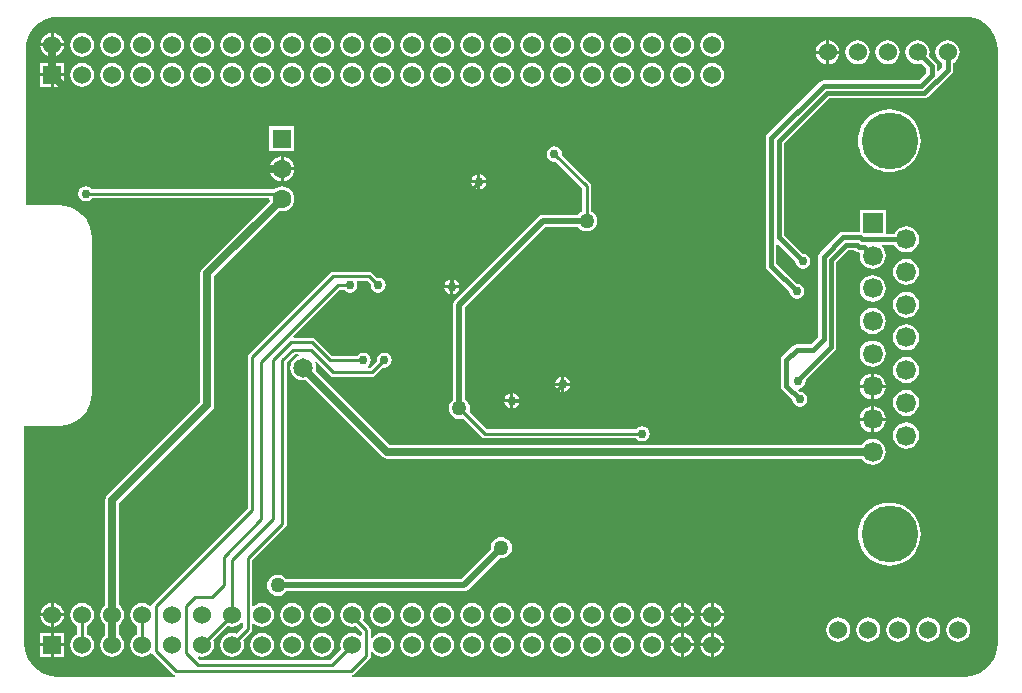
<source format=gbl>
%FSTAX23Y23*%
%MOIN*%
%SFA1B1*%

%IPPOS*%
%ADD22C,0.010000*%
%ADD23C,0.015000*%
%ADD24C,0.020000*%
%ADD25C,0.025000*%
%ADD26C,0.066500*%
%ADD27C,0.060000*%
%ADD28R,0.063000X0.063000*%
%ADD29C,0.063000*%
%ADD30R,0.060000X0.060000*%
%ADD31C,0.189000*%
%ADD32R,0.066500X0.066500*%
%ADD33C,0.030000*%
%ADD34C,0.050000*%
%ADD35C,0.065000*%
%LNhvcape-1*%
%LPD*%
G36*
X05367Y04143D02*
X05383Y04139D01*
X05399Y04132*
X05414Y04123*
X05427Y04112*
X05438Y04099*
X05447Y04084*
X05454Y04068*
X05458Y04052*
X05459Y04035*
X05459Y04035*
Y02055*
X05459Y02054*
X05458Y02037*
X05454Y02021*
X05447Y02005*
X05438Y0199*
X05427Y01977*
X05414Y01966*
X05399Y01957*
X05383Y0195*
X05367Y01946*
X0535Y01945*
X0535Y01945*
X03308*
X03308Y0195*
X0331Y0195*
X03315Y01954*
X03365Y02004*
X03369Y02009*
X0337Y02015*
Y02026*
X03375Y02027*
X03379Y02022*
X03387Y02016*
X03397Y02012*
X03408Y0201*
X03418Y02012*
X03428Y02016*
X03436Y02022*
X03442Y0203*
X03447Y0204*
X03448Y02051*
X03447Y02061*
X03442Y02071*
X03436Y02079*
X03428Y02085*
X03418Y0209*
X03408Y02091*
X03397Y0209*
X03387Y02085*
X03379Y02079*
X03375Y02074*
X0337Y02075*
Y021*
X03369Y02105*
X03365Y0211*
X03343Y02132*
X03347Y0214*
X03348Y02151*
X03347Y02161*
X03342Y02171*
X03336Y02179*
X03328Y02185*
X03318Y0219*
X03308Y02191*
X03297Y0219*
X03287Y02185*
X03279Y02179*
X03273Y02171*
X03269Y02161*
X03267Y02151*
X03269Y0214*
X03273Y0213*
X03279Y02122*
X03287Y02116*
X03297Y02112*
X03308Y0211*
X03318Y02112*
X0332Y02112*
X03339Y02093*
Y02083*
X03334Y0208*
X03328Y02085*
X03318Y0209*
X03308Y02091*
X03297Y0209*
X03287Y02085*
X03279Y02079*
X03273Y02071*
X03269Y02061*
X03267Y02051*
X03269Y0204*
X03271Y02035*
X03235Y02*
X02801*
X02793Y02008*
X02796Y02012*
X02797Y02012*
X02808Y0201*
X02818Y02012*
X02828Y02016*
X02836Y02022*
X02842Y0203*
X02847Y0204*
X02848Y02051*
X02847Y02061*
X02844Y02066*
X02892Y02114*
X02897Y02112*
X02908Y0211*
X02918Y02112*
X02928Y02116*
X02936Y02122*
X02939Y02126*
X02944Y02124*
Y02109*
X02923Y02087*
X02918Y0209*
X02908Y02091*
X02897Y0209*
X02887Y02085*
X02879Y02079*
X02873Y02071*
X02869Y02061*
X02867Y02051*
X02869Y0204*
X02873Y0203*
X02879Y02022*
X02887Y02016*
X02897Y02012*
X02908Y0201*
X02918Y02012*
X02928Y02016*
X02936Y02022*
X02942Y0203*
X02947Y0204*
X02948Y02051*
X02947Y02061*
X02945Y02066*
X0297Y02092*
X02974Y02097*
X02975Y02103*
Y0212*
X0298Y02121*
X02987Y02116*
X02997Y02112*
X03008Y0211*
X03018Y02112*
X03028Y02116*
X03036Y02122*
X03042Y0213*
X03047Y0214*
X03048Y02151*
X03047Y02161*
X03042Y02171*
X03036Y02179*
X03028Y02185*
X03018Y0219*
X03008Y02191*
X02997Y0219*
X02987Y02185*
X0298Y0218*
X02975Y02181*
Y02333*
X03085Y02444*
X03089Y02449*
X0309Y02455*
Y02993*
X03116Y03019*
X03128*
X03129Y03014*
X03123Y03012*
X03114Y03005*
X03107Y02996*
X03103Y02986*
X03102Y02975*
X03103Y02963*
X03107Y02953*
X03114Y02944*
X03123Y02937*
X03133Y02933*
X03145Y02932*
X03154Y02933*
X03409Y02678*
X03416Y02673*
X03425Y02671*
X05006*
X05012Y02663*
X05021Y02656*
X05031Y02652*
X05043Y0265*
X05054Y02652*
X05064Y02656*
X05073Y02663*
X0508Y02672*
X05085Y02683*
X05086Y02694*
X05085Y02705*
X0508Y02716*
X05073Y02725*
X05064Y02732*
X05054Y02736*
X05043Y02737*
X05031Y02736*
X05021Y02732*
X05012Y02725*
X05006Y02717*
X03435*
X03186Y02965*
X03187Y02975*
X03186Y02986*
X03183Y02992*
X03188Y02995*
X03234Y02949*
X03239Y02945*
X03245Y02944*
X03375*
X0338Y02945*
X03385Y02949*
X03411Y02975*
X03415Y02974*
X03424Y02976*
X03433Y02982*
X03438Y0299*
X0344Y03*
X03438Y03009*
X03433Y03018*
X03424Y03023*
X03415Y03025*
X03405Y03023*
X03397Y03018*
X03391Y03009*
X03389Y03*
X0339Y02996*
X03368Y02975*
X03362*
X0336Y0298*
X03363Y02982*
X03368Y0299*
X0337Y03*
X03368Y03009*
X03363Y03018*
X03354Y03023*
X03345Y03025*
X03335Y03023*
X03327Y03018*
X03325Y03015*
X03241*
X03185Y0307*
X0318Y03074*
X03175Y03075*
X03113*
X03111Y03079*
X03266Y03234*
X0328*
X03282Y03232*
X0329Y03226*
X033Y03224*
X03309Y03226*
X03318Y03232*
X03323Y0324*
X03325Y0325*
X03323Y03259*
X03323Y0326*
X03325Y03264*
X03358*
X0337Y03253*
X03369Y0325*
X03371Y0324*
X03377Y03232*
X03385Y03226*
X03395Y03224*
X03404Y03226*
X03413Y03232*
X03418Y0324*
X0342Y0325*
X03418Y03259*
X03413Y03268*
X03404Y03273*
X03395Y03275*
X03391Y03274*
X03375Y0329*
X0337Y03294*
X03365Y03295*
X03245*
X03239Y03294*
X03234Y0329*
X02964Y0302*
X0296Y03015*
X02959Y0301*
Y02506*
X02644Y0219*
X0264Y02185*
X0264Y02182*
X02639Y02182*
X02634Y0218*
X02628Y02185*
X02618Y0219*
X02608Y02191*
X02597Y0219*
X02587Y02185*
X02579Y02179*
X02573Y02171*
X02569Y02161*
X02567Y02151*
X02569Y0214*
X02573Y0213*
X02579Y02122*
X02587Y02116*
X02592Y02114*
Y02088*
X02587Y02085*
X02579Y02079*
X02573Y02071*
X02569Y02061*
X02567Y02051*
X02569Y0204*
X02573Y0203*
X02579Y02022*
X02587Y02016*
X02597Y02012*
X02608Y0201*
X02618Y02012*
X02628Y02016*
X02636Y02022*
X02642Y02021*
X02644Y02019*
X02709Y01954*
X02714Y0195*
X02717Y0195*
X02716Y01945*
X02325*
X02324Y01945*
X02307Y01946*
X02291Y0195*
X02275Y01957*
X0226Y01966*
X02247Y01977*
X02236Y0199*
X02227Y02005*
X0222Y02021*
X02216Y02037*
X02215Y02054*
X02215Y02055*
Y02781*
X02333*
X02349Y02783*
X02366Y02786*
X02381Y02793*
X02396Y02802*
X02408Y02813*
X02419Y02825*
X02428Y0284*
X02434Y02855*
X02438Y02872*
X0244Y02888*
Y03409*
X02438Y03426*
X02434Y03442*
X02428Y03457*
X02419Y03472*
X02408Y03485*
X02396Y03495*
X02381Y03504*
X02366Y03511*
X02349Y03515*
X02333Y03516*
X0222*
Y04035*
X0222Y04035*
X02221Y04052*
X02225Y04068*
X02232Y04084*
X02241Y04099*
X02252Y04112*
X02265Y04123*
X0228Y04132*
X02296Y04139*
X02312Y04143*
X02329Y04144*
X0233Y04144*
X0535*
X0535Y04144*
X05367Y04143*
G37*
%LNhvcape-2*%
%LPC*%
G36*
X02313Y0409D02*
Y04056D01*
X02347*
X02347Y04061*
X02342Y04071*
X02336Y04079*
X02328Y04085*
X02318Y0409*
X02313Y0409*
G37*
G36*
X02303D02*
X02297Y0409D01*
X02287Y04085*
X02279Y04079*
X02273Y04071*
X02269Y04061*
X02268Y04056*
X02303*
Y0409*
G37*
G36*
X04898Y04066D02*
Y04031D01*
X04932*
X04932Y04037*
X04928Y04046*
X04921Y04055*
X04913Y04061*
X04903Y04065*
X04898Y04066*
G37*
G36*
X04888D02*
X04882Y04065D01*
X04873Y04061*
X04864Y04055*
X04858Y04046*
X04854Y04037*
X04853Y04031*
X04888*
Y04066*
G37*
G36*
X02347Y04046D02*
X02313D01*
Y04011*
X02318Y04012*
X02328Y04016*
X02336Y04022*
X02342Y0403*
X02347Y0404*
X02347Y04046*
G37*
G36*
X02303D02*
X02268D01*
X02269Y0404*
X02273Y0403*
X02279Y04022*
X02287Y04016*
X02297Y04012*
X02303Y04011*
Y04046*
G37*
G36*
X04508Y04091D02*
X04497Y0409D01*
X04487Y04085*
X04479Y04079*
X04473Y04071*
X04469Y04061*
X04467Y04051*
X04469Y0404*
X04473Y0403*
X04479Y04022*
X04487Y04016*
X04497Y04012*
X04508Y0401*
X04518Y04012*
X04528Y04016*
X04536Y04022*
X04542Y0403*
X04547Y0404*
X04548Y04051*
X04547Y04061*
X04542Y04071*
X04536Y04079*
X04528Y04085*
X04518Y0409*
X04508Y04091*
G37*
G36*
X04408D02*
X04397Y0409D01*
X04387Y04085*
X04379Y04079*
X04373Y04071*
X04369Y04061*
X04367Y04051*
X04369Y0404*
X04373Y0403*
X04379Y04022*
X04387Y04016*
X04397Y04012*
X04408Y0401*
X04418Y04012*
X04428Y04016*
X04436Y04022*
X04442Y0403*
X04447Y0404*
X04448Y04051*
X04447Y04061*
X04442Y04071*
X04436Y04079*
X04428Y04085*
X04418Y0409*
X04408Y04091*
G37*
G36*
X04308D02*
X04297Y0409D01*
X04287Y04085*
X04279Y04079*
X04273Y04071*
X04269Y04061*
X04267Y04051*
X04269Y0404*
X04273Y0403*
X04279Y04022*
X04287Y04016*
X04297Y04012*
X04308Y0401*
X04318Y04012*
X04328Y04016*
X04336Y04022*
X04342Y0403*
X04347Y0404*
X04348Y04051*
X04347Y04061*
X04342Y04071*
X04336Y04079*
X04328Y04085*
X04318Y0409*
X04308Y04091*
G37*
G36*
X04208D02*
X04197Y0409D01*
X04187Y04085*
X04179Y04079*
X04173Y04071*
X04169Y04061*
X04167Y04051*
X04169Y0404*
X04173Y0403*
X04179Y04022*
X04187Y04016*
X04197Y04012*
X04208Y0401*
X04218Y04012*
X04228Y04016*
X04236Y04022*
X04242Y0403*
X04247Y0404*
X04248Y04051*
X04247Y04061*
X04242Y04071*
X04236Y04079*
X04228Y04085*
X04218Y0409*
X04208Y04091*
G37*
G36*
X04108D02*
X04097Y0409D01*
X04087Y04085*
X04079Y04079*
X04073Y04071*
X04069Y04061*
X04067Y04051*
X04069Y0404*
X04073Y0403*
X04079Y04022*
X04087Y04016*
X04097Y04012*
X04108Y0401*
X04118Y04012*
X04128Y04016*
X04136Y04022*
X04142Y0403*
X04147Y0404*
X04148Y04051*
X04147Y04061*
X04142Y04071*
X04136Y04079*
X04128Y04085*
X04118Y0409*
X04108Y04091*
G37*
G36*
X04008D02*
X03997Y0409D01*
X03987Y04085*
X03979Y04079*
X03973Y04071*
X03969Y04061*
X03967Y04051*
X03969Y0404*
X03973Y0403*
X03979Y04022*
X03987Y04016*
X03997Y04012*
X04008Y0401*
X04018Y04012*
X04028Y04016*
X04036Y04022*
X04042Y0403*
X04047Y0404*
X04048Y04051*
X04047Y04061*
X04042Y04071*
X04036Y04079*
X04028Y04085*
X04018Y0409*
X04008Y04091*
G37*
G36*
X03908D02*
X03897Y0409D01*
X03887Y04085*
X03879Y04079*
X03873Y04071*
X03869Y04061*
X03867Y04051*
X03869Y0404*
X03873Y0403*
X03879Y04022*
X03887Y04016*
X03897Y04012*
X03908Y0401*
X03918Y04012*
X03928Y04016*
X03936Y04022*
X03942Y0403*
X03947Y0404*
X03948Y04051*
X03947Y04061*
X03942Y04071*
X03936Y04079*
X03928Y04085*
X03918Y0409*
X03908Y04091*
G37*
G36*
X03808D02*
X03797Y0409D01*
X03787Y04085*
X03779Y04079*
X03773Y04071*
X03769Y04061*
X03767Y04051*
X03769Y0404*
X03773Y0403*
X03779Y04022*
X03787Y04016*
X03797Y04012*
X03808Y0401*
X03818Y04012*
X03828Y04016*
X03836Y04022*
X03842Y0403*
X03847Y0404*
X03848Y04051*
X03847Y04061*
X03842Y04071*
X03836Y04079*
X03828Y04085*
X03818Y0409*
X03808Y04091*
G37*
G36*
X03708D02*
X03697Y0409D01*
X03687Y04085*
X03679Y04079*
X03673Y04071*
X03669Y04061*
X03667Y04051*
X03669Y0404*
X03673Y0403*
X03679Y04022*
X03687Y04016*
X03697Y04012*
X03708Y0401*
X03718Y04012*
X03728Y04016*
X03736Y04022*
X03742Y0403*
X03747Y0404*
X03748Y04051*
X03747Y04061*
X03742Y04071*
X03736Y04079*
X03728Y04085*
X03718Y0409*
X03708Y04091*
G37*
G36*
X03608D02*
X03597Y0409D01*
X03587Y04085*
X03579Y04079*
X03573Y04071*
X03569Y04061*
X03567Y04051*
X03569Y0404*
X03573Y0403*
X03579Y04022*
X03587Y04016*
X03597Y04012*
X03608Y0401*
X03618Y04012*
X03628Y04016*
X03636Y04022*
X03642Y0403*
X03647Y0404*
X03648Y04051*
X03647Y04061*
X03642Y04071*
X03636Y04079*
X03628Y04085*
X03618Y0409*
X03608Y04091*
G37*
G36*
X03508D02*
X03497Y0409D01*
X03487Y04085*
X03479Y04079*
X03473Y04071*
X03469Y04061*
X03467Y04051*
X03469Y0404*
X03473Y0403*
X03479Y04022*
X03487Y04016*
X03497Y04012*
X03508Y0401*
X03518Y04012*
X03528Y04016*
X03536Y04022*
X03542Y0403*
X03547Y0404*
X03548Y04051*
X03547Y04061*
X03542Y04071*
X03536Y04079*
X03528Y04085*
X03518Y0409*
X03508Y04091*
G37*
G36*
X03408D02*
X03397Y0409D01*
X03387Y04085*
X03379Y04079*
X03373Y04071*
X03369Y04061*
X03367Y04051*
X03369Y0404*
X03373Y0403*
X03379Y04022*
X03387Y04016*
X03397Y04012*
X03408Y0401*
X03418Y04012*
X03428Y04016*
X03436Y04022*
X03442Y0403*
X03447Y0404*
X03448Y04051*
X03447Y04061*
X03442Y04071*
X03436Y04079*
X03428Y04085*
X03418Y0409*
X03408Y04091*
G37*
G36*
X03308D02*
X03297Y0409D01*
X03287Y04085*
X03279Y04079*
X03273Y04071*
X03269Y04061*
X03267Y04051*
X03269Y0404*
X03273Y0403*
X03279Y04022*
X03287Y04016*
X03297Y04012*
X03308Y0401*
X03318Y04012*
X03328Y04016*
X03336Y04022*
X03342Y0403*
X03347Y0404*
X03348Y04051*
X03347Y04061*
X03342Y04071*
X03336Y04079*
X03328Y04085*
X03318Y0409*
X03308Y04091*
G37*
G36*
X03208D02*
X03197Y0409D01*
X03187Y04085*
X03179Y04079*
X03173Y04071*
X03169Y04061*
X03167Y04051*
X03169Y0404*
X03173Y0403*
X03179Y04022*
X03187Y04016*
X03197Y04012*
X03208Y0401*
X03218Y04012*
X03228Y04016*
X03236Y04022*
X03242Y0403*
X03247Y0404*
X03248Y04051*
X03247Y04061*
X03242Y04071*
X03236Y04079*
X03228Y04085*
X03218Y0409*
X03208Y04091*
G37*
G36*
X03108D02*
X03097Y0409D01*
X03087Y04085*
X03079Y04079*
X03073Y04071*
X03069Y04061*
X03067Y04051*
X03069Y0404*
X03073Y0403*
X03079Y04022*
X03087Y04016*
X03097Y04012*
X03108Y0401*
X03118Y04012*
X03128Y04016*
X03136Y04022*
X03142Y0403*
X03147Y0404*
X03148Y04051*
X03147Y04061*
X03142Y04071*
X03136Y04079*
X03128Y04085*
X03118Y0409*
X03108Y04091*
G37*
G36*
X03008D02*
X02997Y0409D01*
X02987Y04085*
X02979Y04079*
X02973Y04071*
X02969Y04061*
X02967Y04051*
X02969Y0404*
X02973Y0403*
X02979Y04022*
X02987Y04016*
X02997Y04012*
X03008Y0401*
X03018Y04012*
X03028Y04016*
X03036Y04022*
X03042Y0403*
X03047Y0404*
X03048Y04051*
X03047Y04061*
X03042Y04071*
X03036Y04079*
X03028Y04085*
X03018Y0409*
X03008Y04091*
G37*
G36*
X02908D02*
X02897Y0409D01*
X02887Y04085*
X02879Y04079*
X02873Y04071*
X02869Y04061*
X02867Y04051*
X02869Y0404*
X02873Y0403*
X02879Y04022*
X02887Y04016*
X02897Y04012*
X02908Y0401*
X02918Y04012*
X02928Y04016*
X02936Y04022*
X02942Y0403*
X02947Y0404*
X02948Y04051*
X02947Y04061*
X02942Y04071*
X02936Y04079*
X02928Y04085*
X02918Y0409*
X02908Y04091*
G37*
G36*
X02808D02*
X02797Y0409D01*
X02787Y04085*
X02779Y04079*
X02773Y04071*
X02769Y04061*
X02767Y04051*
X02769Y0404*
X02773Y0403*
X02779Y04022*
X02787Y04016*
X02797Y04012*
X02808Y0401*
X02818Y04012*
X02828Y04016*
X02836Y04022*
X02842Y0403*
X02847Y0404*
X02848Y04051*
X02847Y04061*
X02842Y04071*
X02836Y04079*
X02828Y04085*
X02818Y0409*
X02808Y04091*
G37*
G36*
X02708D02*
X02697Y0409D01*
X02687Y04085*
X02679Y04079*
X02673Y04071*
X02669Y04061*
X02667Y04051*
X02669Y0404*
X02673Y0403*
X02679Y04022*
X02687Y04016*
X02697Y04012*
X02708Y0401*
X02718Y04012*
X02728Y04016*
X02736Y04022*
X02742Y0403*
X02747Y0404*
X02748Y04051*
X02747Y04061*
X02742Y04071*
X02736Y04079*
X02728Y04085*
X02718Y0409*
X02708Y04091*
G37*
G36*
X02608D02*
X02597Y0409D01*
X02587Y04085*
X02579Y04079*
X02573Y04071*
X02569Y04061*
X02567Y04051*
X02569Y0404*
X02573Y0403*
X02579Y04022*
X02587Y04016*
X02597Y04012*
X02608Y0401*
X02618Y04012*
X02628Y04016*
X02636Y04022*
X02642Y0403*
X02647Y0404*
X02648Y04051*
X02647Y04061*
X02642Y04071*
X02636Y04079*
X02628Y04085*
X02618Y0409*
X02608Y04091*
G37*
G36*
X02508D02*
X02497Y0409D01*
X02487Y04085*
X02479Y04079*
X02473Y04071*
X02469Y04061*
X02467Y04051*
X02469Y0404*
X02473Y0403*
X02479Y04022*
X02487Y04016*
X02497Y04012*
X02508Y0401*
X02518Y04012*
X02528Y04016*
X02536Y04022*
X02542Y0403*
X02547Y0404*
X02548Y04051*
X02547Y04061*
X02542Y04071*
X02536Y04079*
X02528Y04085*
X02518Y0409*
X02508Y04091*
G37*
G36*
X02408D02*
X02397Y0409D01*
X02387Y04085*
X02379Y04079*
X02373Y04071*
X02369Y04061*
X02367Y04051*
X02369Y0404*
X02373Y0403*
X02379Y04022*
X02387Y04016*
X02397Y04012*
X02408Y0401*
X02418Y04012*
X02428Y04016*
X02436Y04022*
X02442Y0403*
X02447Y0404*
X02448Y04051*
X02447Y04061*
X02442Y04071*
X02436Y04079*
X02428Y04085*
X02418Y0409*
X02408Y04091*
G37*
G36*
X04932Y04021D02*
X04898D01*
Y03987*
X04903Y03987*
X04913Y03991*
X04921Y03998*
X04928Y04006*
X04932Y04016*
X04932Y04021*
G37*
G36*
X04888D02*
X04853D01*
X04854Y04016*
X04858Y04006*
X04864Y03998*
X04873Y03991*
X04882Y03987*
X04888Y03987*
Y04021*
G37*
G36*
X05093Y04067D02*
X05082Y04065D01*
X05073Y04061*
X05064Y04055*
X05058Y04046*
X05054Y04037*
X05052Y04026*
X05054Y04016*
X05058Y04006*
X05064Y03998*
X05073Y03991*
X05082Y03987*
X05093Y03986*
X05103Y03987*
X05113Y03991*
X05121Y03998*
X05128Y04006*
X05132Y04016*
X05133Y04026*
X05132Y04037*
X05128Y04046*
X05121Y04055*
X05113Y04061*
X05103Y04065*
X05093Y04067*
G37*
G36*
X04993D02*
X04982Y04065D01*
X04973Y04061*
X04964Y04055*
X04958Y04046*
X04954Y04037*
X04952Y04026*
X04954Y04016*
X04958Y04006*
X04964Y03998*
X04973Y03991*
X04982Y03987*
X04993Y03986*
X05003Y03987*
X05013Y03991*
X05021Y03998*
X05028Y04006*
X05032Y04016*
X05033Y04026*
X05032Y04037*
X05028Y04046*
X05021Y04055*
X05013Y04061*
X05003Y04065*
X04993Y04067*
G37*
G36*
X05293D02*
X05282Y04065D01*
X05273Y04061*
X05264Y04055*
X05258Y04046*
X05254Y04037*
X05252Y04026*
X05254Y04016*
X05258Y04006*
X05264Y03998*
X05273Y03991*
X05275Y0399*
Y03975*
X05262Y03962*
X05257Y03964*
Y0398*
X05256Y03986*
X05252Y03992*
X05231Y04014*
X05232Y04016*
X05233Y04026*
X05232Y04037*
X05228Y04046*
X05221Y04055*
X05213Y04061*
X05203Y04065*
X05193Y04067*
X05182Y04065*
X05173Y04061*
X05164Y04055*
X05158Y04046*
X05154Y04037*
X05152Y04026*
X05154Y04016*
X05158Y04006*
X05164Y03998*
X05173Y03991*
X05182Y03987*
X05193Y03986*
X05203Y03987*
X05206Y03988*
X05222Y03972*
Y03957*
X05197Y03932*
X04879*
X04872Y03931*
X04867Y03927*
X04692Y03753*
X04688Y03747*
X04687Y0374*
Y03315*
X04688Y03308*
X04692Y03302*
X04764Y0323*
X04764Y0323*
X04766Y0322*
X04772Y03212*
X0478Y03206*
X0479Y03204*
X04799Y03206*
X04808Y03212*
X04813Y0322*
X04815Y0323*
X04813Y03239*
X04808Y03248*
X04799Y03253*
X0479Y03255*
X04789Y03255*
X04722Y03322*
Y03385*
X04727Y03387*
X04784Y0333*
X04784Y0333*
X04786Y0332*
X04792Y03312*
X048Y03306*
X0481Y03304*
X04819Y03306*
X04828Y03312*
X04833Y0332*
X04835Y0333*
X04833Y03339*
X04828Y03348*
X04819Y03353*
X0481Y03355*
X04809Y03355*
X04747Y03417*
Y03722*
X04897Y03872*
X05215*
X05222Y03873*
X05228Y03877*
X05305Y03955*
X05309Y03961*
X05311Y03967*
Y0399*
X05313Y03991*
X05321Y03998*
X05328Y04006*
X05332Y04016*
X05333Y04026*
X05332Y04037*
X05328Y04046*
X05321Y04055*
X05313Y04061*
X05303Y04065*
X05293Y04067*
G37*
G36*
X02348Y03991D02*
X02313D01*
Y03956*
X02348*
Y03991*
G37*
G36*
X02303D02*
X02268D01*
Y03956*
X02303*
Y03991*
G37*
G36*
X02348Y03946D02*
X02313D01*
Y03911*
X02348*
Y03946*
G37*
G36*
X02303D02*
X02268D01*
Y03911*
X02303*
Y03946*
G37*
G36*
X04508Y03991D02*
X04497Y0399D01*
X04487Y03985*
X04479Y03979*
X04473Y03971*
X04469Y03961*
X04467Y03951*
X04469Y0394*
X04473Y0393*
X04479Y03922*
X04487Y03916*
X04497Y03912*
X04508Y0391*
X04518Y03912*
X04528Y03916*
X04536Y03922*
X04542Y0393*
X04547Y0394*
X04548Y03951*
X04547Y03961*
X04542Y03971*
X04536Y03979*
X04528Y03985*
X04518Y0399*
X04508Y03991*
G37*
G36*
X04408D02*
X04397Y0399D01*
X04387Y03985*
X04379Y03979*
X04373Y03971*
X04369Y03961*
X04367Y03951*
X04369Y0394*
X04373Y0393*
X04379Y03922*
X04387Y03916*
X04397Y03912*
X04408Y0391*
X04418Y03912*
X04428Y03916*
X04436Y03922*
X04442Y0393*
X04447Y0394*
X04448Y03951*
X04447Y03961*
X04442Y03971*
X04436Y03979*
X04428Y03985*
X04418Y0399*
X04408Y03991*
G37*
G36*
X04308D02*
X04297Y0399D01*
X04287Y03985*
X04279Y03979*
X04273Y03971*
X04269Y03961*
X04267Y03951*
X04269Y0394*
X04273Y0393*
X04279Y03922*
X04287Y03916*
X04297Y03912*
X04308Y0391*
X04318Y03912*
X04328Y03916*
X04336Y03922*
X04342Y0393*
X04347Y0394*
X04348Y03951*
X04347Y03961*
X04342Y03971*
X04336Y03979*
X04328Y03985*
X04318Y0399*
X04308Y03991*
G37*
G36*
X04208D02*
X04197Y0399D01*
X04187Y03985*
X04179Y03979*
X04173Y03971*
X04169Y03961*
X04167Y03951*
X04169Y0394*
X04173Y0393*
X04179Y03922*
X04187Y03916*
X04197Y03912*
X04208Y0391*
X04218Y03912*
X04228Y03916*
X04236Y03922*
X04242Y0393*
X04247Y0394*
X04248Y03951*
X04247Y03961*
X04242Y03971*
X04236Y03979*
X04228Y03985*
X04218Y0399*
X04208Y03991*
G37*
G36*
X04108D02*
X04097Y0399D01*
X04087Y03985*
X04079Y03979*
X04073Y03971*
X04069Y03961*
X04067Y03951*
X04069Y0394*
X04073Y0393*
X04079Y03922*
X04087Y03916*
X04097Y03912*
X04108Y0391*
X04118Y03912*
X04128Y03916*
X04136Y03922*
X04142Y0393*
X04147Y0394*
X04148Y03951*
X04147Y03961*
X04142Y03971*
X04136Y03979*
X04128Y03985*
X04118Y0399*
X04108Y03991*
G37*
G36*
X04008D02*
X03997Y0399D01*
X03987Y03985*
X03979Y03979*
X03973Y03971*
X03969Y03961*
X03967Y03951*
X03969Y0394*
X03973Y0393*
X03979Y03922*
X03987Y03916*
X03997Y03912*
X04008Y0391*
X04018Y03912*
X04028Y03916*
X04036Y03922*
X04042Y0393*
X04047Y0394*
X04048Y03951*
X04047Y03961*
X04042Y03971*
X04036Y03979*
X04028Y03985*
X04018Y0399*
X04008Y03991*
G37*
G36*
X03908D02*
X03897Y0399D01*
X03887Y03985*
X03879Y03979*
X03873Y03971*
X03869Y03961*
X03867Y03951*
X03869Y0394*
X03873Y0393*
X03879Y03922*
X03887Y03916*
X03897Y03912*
X03908Y0391*
X03918Y03912*
X03928Y03916*
X03936Y03922*
X03942Y0393*
X03947Y0394*
X03948Y03951*
X03947Y03961*
X03942Y03971*
X03936Y03979*
X03928Y03985*
X03918Y0399*
X03908Y03991*
G37*
G36*
X03808D02*
X03797Y0399D01*
X03787Y03985*
X03779Y03979*
X03773Y03971*
X03769Y03961*
X03767Y03951*
X03769Y0394*
X03773Y0393*
X03779Y03922*
X03787Y03916*
X03797Y03912*
X03808Y0391*
X03818Y03912*
X03828Y03916*
X03836Y03922*
X03842Y0393*
X03847Y0394*
X03848Y03951*
X03847Y03961*
X03842Y03971*
X03836Y03979*
X03828Y03985*
X03818Y0399*
X03808Y03991*
G37*
G36*
X03708D02*
X03697Y0399D01*
X03687Y03985*
X03679Y03979*
X03673Y03971*
X03669Y03961*
X03667Y03951*
X03669Y0394*
X03673Y0393*
X03679Y03922*
X03687Y03916*
X03697Y03912*
X03708Y0391*
X03718Y03912*
X03728Y03916*
X03736Y03922*
X03742Y0393*
X03747Y0394*
X03748Y03951*
X03747Y03961*
X03742Y03971*
X03736Y03979*
X03728Y03985*
X03718Y0399*
X03708Y03991*
G37*
G36*
X03608D02*
X03597Y0399D01*
X03587Y03985*
X03579Y03979*
X03573Y03971*
X03569Y03961*
X03567Y03951*
X03569Y0394*
X03573Y0393*
X03579Y03922*
X03587Y03916*
X03597Y03912*
X03608Y0391*
X03618Y03912*
X03628Y03916*
X03636Y03922*
X03642Y0393*
X03647Y0394*
X03648Y03951*
X03647Y03961*
X03642Y03971*
X03636Y03979*
X03628Y03985*
X03618Y0399*
X03608Y03991*
G37*
G36*
X03508D02*
X03497Y0399D01*
X03487Y03985*
X03479Y03979*
X03473Y03971*
X03469Y03961*
X03467Y03951*
X03469Y0394*
X03473Y0393*
X03479Y03922*
X03487Y03916*
X03497Y03912*
X03508Y0391*
X03518Y03912*
X03528Y03916*
X03536Y03922*
X03542Y0393*
X03547Y0394*
X03548Y03951*
X03547Y03961*
X03542Y03971*
X03536Y03979*
X03528Y03985*
X03518Y0399*
X03508Y03991*
G37*
G36*
X03408D02*
X03397Y0399D01*
X03387Y03985*
X03379Y03979*
X03373Y03971*
X03369Y03961*
X03367Y03951*
X03369Y0394*
X03373Y0393*
X03379Y03922*
X03387Y03916*
X03397Y03912*
X03408Y0391*
X03418Y03912*
X03428Y03916*
X03436Y03922*
X03442Y0393*
X03447Y0394*
X03448Y03951*
X03447Y03961*
X03442Y03971*
X03436Y03979*
X03428Y03985*
X03418Y0399*
X03408Y03991*
G37*
G36*
X03308D02*
X03297Y0399D01*
X03287Y03985*
X03279Y03979*
X03273Y03971*
X03269Y03961*
X03267Y03951*
X03269Y0394*
X03273Y0393*
X03279Y03922*
X03287Y03916*
X03297Y03912*
X03308Y0391*
X03318Y03912*
X03328Y03916*
X03336Y03922*
X03342Y0393*
X03347Y0394*
X03348Y03951*
X03347Y03961*
X03342Y03971*
X03336Y03979*
X03328Y03985*
X03318Y0399*
X03308Y03991*
G37*
G36*
X03208D02*
X03197Y0399D01*
X03187Y03985*
X03179Y03979*
X03173Y03971*
X03169Y03961*
X03167Y03951*
X03169Y0394*
X03173Y0393*
X03179Y03922*
X03187Y03916*
X03197Y03912*
X03208Y0391*
X03218Y03912*
X03228Y03916*
X03236Y03922*
X03242Y0393*
X03247Y0394*
X03248Y03951*
X03247Y03961*
X03242Y03971*
X03236Y03979*
X03228Y03985*
X03218Y0399*
X03208Y03991*
G37*
G36*
X03108D02*
X03097Y0399D01*
X03087Y03985*
X03079Y03979*
X03073Y03971*
X03069Y03961*
X03067Y03951*
X03069Y0394*
X03073Y0393*
X03079Y03922*
X03087Y03916*
X03097Y03912*
X03108Y0391*
X03118Y03912*
X03128Y03916*
X03136Y03922*
X03142Y0393*
X03147Y0394*
X03148Y03951*
X03147Y03961*
X03142Y03971*
X03136Y03979*
X03128Y03985*
X03118Y0399*
X03108Y03991*
G37*
G36*
X03008D02*
X02997Y0399D01*
X02987Y03985*
X02979Y03979*
X02973Y03971*
X02969Y03961*
X02967Y03951*
X02969Y0394*
X02973Y0393*
X02979Y03922*
X02987Y03916*
X02997Y03912*
X03008Y0391*
X03018Y03912*
X03028Y03916*
X03036Y03922*
X03042Y0393*
X03047Y0394*
X03048Y03951*
X03047Y03961*
X03042Y03971*
X03036Y03979*
X03028Y03985*
X03018Y0399*
X03008Y03991*
G37*
G36*
X02908D02*
X02897Y0399D01*
X02887Y03985*
X02879Y03979*
X02873Y03971*
X02869Y03961*
X02867Y03951*
X02869Y0394*
X02873Y0393*
X02879Y03922*
X02887Y03916*
X02897Y03912*
X02908Y0391*
X02918Y03912*
X02928Y03916*
X02936Y03922*
X02942Y0393*
X02947Y0394*
X02948Y03951*
X02947Y03961*
X02942Y03971*
X02936Y03979*
X02928Y03985*
X02918Y0399*
X02908Y03991*
G37*
G36*
X02808D02*
X02797Y0399D01*
X02787Y03985*
X02779Y03979*
X02773Y03971*
X02769Y03961*
X02767Y03951*
X02769Y0394*
X02773Y0393*
X02779Y03922*
X02787Y03916*
X02797Y03912*
X02808Y0391*
X02818Y03912*
X02828Y03916*
X02836Y03922*
X02842Y0393*
X02847Y0394*
X02848Y03951*
X02847Y03961*
X02842Y03971*
X02836Y03979*
X02828Y03985*
X02818Y0399*
X02808Y03991*
G37*
G36*
X02708D02*
X02697Y0399D01*
X02687Y03985*
X02679Y03979*
X02673Y03971*
X02669Y03961*
X02667Y03951*
X02669Y0394*
X02673Y0393*
X02679Y03922*
X02687Y03916*
X02697Y03912*
X02708Y0391*
X02718Y03912*
X02728Y03916*
X02736Y03922*
X02742Y0393*
X02747Y0394*
X02748Y03951*
X02747Y03961*
X02742Y03971*
X02736Y03979*
X02728Y03985*
X02718Y0399*
X02708Y03991*
G37*
G36*
X02608D02*
X02597Y0399D01*
X02587Y03985*
X02579Y03979*
X02573Y03971*
X02569Y03961*
X02567Y03951*
X02569Y0394*
X02573Y0393*
X02579Y03922*
X02587Y03916*
X02597Y03912*
X02608Y0391*
X02618Y03912*
X02628Y03916*
X02636Y03922*
X02642Y0393*
X02647Y0394*
X02648Y03951*
X02647Y03961*
X02642Y03971*
X02636Y03979*
X02628Y03985*
X02618Y0399*
X02608Y03991*
G37*
G36*
X02508D02*
X02497Y0399D01*
X02487Y03985*
X02479Y03979*
X02473Y03971*
X02469Y03961*
X02467Y03951*
X02469Y0394*
X02473Y0393*
X02479Y03922*
X02487Y03916*
X02497Y03912*
X02508Y0391*
X02518Y03912*
X02528Y03916*
X02536Y03922*
X02542Y0393*
X02547Y0394*
X02548Y03951*
X02547Y03961*
X02542Y03971*
X02536Y03979*
X02528Y03985*
X02518Y0399*
X02508Y03991*
G37*
G36*
X02408D02*
X02397Y0399D01*
X02387Y03985*
X02379Y03979*
X02373Y03971*
X02369Y03961*
X02367Y03951*
X02369Y0394*
X02373Y0393*
X02379Y03922*
X02387Y03916*
X02397Y03912*
X02408Y0391*
X02418Y03912*
X02428Y03916*
X02436Y03922*
X02442Y0393*
X02447Y0394*
X02448Y03951*
X02447Y03961*
X02442Y03971*
X02436Y03979*
X02428Y03985*
X02418Y0399*
X02408Y03991*
G37*
G36*
X03115Y03779D02*
X03032D01*
Y03696*
X03115*
Y03779*
G37*
G36*
X03079Y03679D02*
Y03643D01*
X03115*
X03114Y03648*
X0311Y03658*
X03103Y03667*
X03094Y03674*
X03084Y03678*
X03079Y03679*
G37*
G36*
X03069D02*
X03063Y03678D01*
X03053Y03674*
X03044Y03667*
X03037Y03658*
X03033Y03648*
X03032Y03643*
X03069*
Y03679*
G37*
G36*
X05099Y03836D02*
X05082Y03835D01*
X05066Y03831*
X05051Y03825*
X05037Y03816*
X05024Y03806*
X05014Y03793*
X05005Y03779*
X04999Y03764*
X04995Y03748*
X04994Y03731*
X04995Y03715*
X04999Y03699*
X05005Y03684*
X05014Y0367*
X05024Y03657*
X05037Y03647*
X05051Y03638*
X05066Y03632*
X05082Y03628*
X05099Y03627*
X05115Y03628*
X05131Y03632*
X05146Y03638*
X0516Y03647*
X05173Y03657*
X05183Y0367*
X05192Y03684*
X05198Y03699*
X05202Y03715*
X05203Y03731*
X05202Y03748*
X05198Y03764*
X05192Y03779*
X05183Y03793*
X05173Y03806*
X0516Y03816*
X05146Y03825*
X05131Y03831*
X05115Y03835*
X05099Y03836*
G37*
G36*
X03735Y03619D02*
Y036D01*
X03754*
X03753Y03604*
X03748Y03613*
X03739Y03618*
X03735Y03619*
G37*
G36*
X03725D02*
X0372Y03618D01*
X03712Y03613*
X03706Y03604*
X03705Y036*
X03725*
Y03619*
G37*
G36*
X03115Y03633D02*
X03079D01*
Y03596*
X03084Y03597*
X03094Y03601*
X03103Y03608*
X0311Y03617*
X03114Y03627*
X03115Y03633*
G37*
G36*
X03069D02*
X03032D01*
X03033Y03627*
X03037Y03617*
X03044Y03608*
X03053Y03601*
X03063Y03597*
X03069Y03596*
Y03633*
G37*
G36*
X03754Y0359D02*
X03735D01*
Y0357*
X03739Y03571*
X03748Y03577*
X03753Y03585*
X03754Y0359*
G37*
G36*
X03725D02*
X03705D01*
X03706Y03585*
X03712Y03577*
X0372Y03571*
X03725Y0357*
Y0359*
G37*
G36*
X0242Y0358D02*
X0241Y03578D01*
X02402Y03573*
X02396Y03564*
X02394Y03555*
X02396Y03545*
X02402Y03537*
X0241Y03531*
X0242Y03529*
X02429Y03531*
X02438Y03537*
X02439Y03539*
X0303*
X03032Y03538*
X03033Y03529*
X02808Y03305*
X02803Y03297*
X02802Y03289*
Y02859*
X02491Y02549*
X02486Y02541*
X02485Y02533*
Y02183*
X02479Y02179*
X02473Y02171*
X02469Y02161*
X02467Y02151*
X02469Y0214*
X02473Y0213*
X02479Y02122*
X02485Y02118*
Y02083*
X02479Y02079*
X02473Y02071*
X02469Y02061*
X02467Y02051*
X02469Y0204*
X02473Y0203*
X02479Y02022*
X02487Y02016*
X02497Y02012*
X02508Y0201*
X02518Y02012*
X02528Y02016*
X02536Y02022*
X02542Y0203*
X02547Y0204*
X02548Y02051*
X02547Y02061*
X02542Y02071*
X02536Y02079*
X0253Y02083*
Y02118*
X02536Y02122*
X02542Y0213*
X02547Y0214*
X02548Y02151*
X02547Y02161*
X02542Y02171*
X02536Y02179*
X0253Y02183*
Y02523*
X02841Y02833*
X02846Y02841*
X02847Y0285*
Y03279*
X03065Y03497*
X03074Y03496*
X03084Y03497*
X03094Y03501*
X03103Y03508*
X0311Y03517*
X03114Y03527*
X03115Y03538*
X03114Y03548*
X0311Y03558*
X03103Y03567*
X03094Y03574*
X03084Y03578*
X03074Y03579*
X03063Y03578*
X03053Y03574*
X03047Y0357*
X02439*
X02438Y03573*
X02429Y03578*
X0242Y0358*
G37*
G36*
X03982Y03712D02*
X03972Y03711D01*
X03964Y03705*
X03958Y03697*
X03956Y03687*
X03958Y03677*
X03964Y03669*
X03972Y03663*
X03982Y03661*
X03985Y03662*
X04074Y03573*
Y03496*
X04072Y03495*
X04065Y0349*
X04061Y03485*
X03945*
X03937Y03483*
X0393Y03479*
X0365Y03199*
X03646Y03192*
X03644Y03185*
Y02868*
X0364Y02865*
X03634Y02857*
X0363Y02849*
X03629Y0284*
X0363Y0283*
X03634Y02822*
X0364Y02815*
X03647Y02809*
X03655Y02805*
X03665Y02804*
X03674Y02805*
X03676Y02806*
X03739Y02744*
X03744Y0274*
X0375Y02739*
X04255*
X04257Y02737*
X04265Y02731*
X04275Y02729*
X04284Y02731*
X04293Y02737*
X04298Y02745*
X043Y02755*
X04298Y02764*
X04293Y02773*
X04284Y02778*
X04275Y0278*
X04265Y02778*
X04257Y02773*
X04255Y0277*
X03756*
X03698Y02828*
X03699Y0283*
X037Y0284*
X03699Y02849*
X03695Y02857*
X0369Y02865*
X03685Y02868*
Y03176*
X03953Y03444*
X04061*
X04065Y0344*
X04072Y03434*
X0408Y0343*
X0409Y03429*
X04099Y0343*
X04107Y03434*
X04115Y0344*
X0412Y03447*
X04124Y03455*
X04125Y03465*
X04124Y03474*
X0412Y03482*
X04115Y0349*
X04107Y03495*
X04105Y03496*
Y03579*
X04104Y03585*
X041Y0359*
X04007Y03684*
X04007Y03687*
X04006Y03697*
X04Y03705*
X03992Y03711*
X03982Y03712*
G37*
G36*
X05086Y03501D02*
X04999D01*
Y03428*
X04999Y03427*
X04944*
X04937Y03426*
X04932Y03422*
X04867Y03358*
X04863Y03352*
X04862Y03345*
Y03077*
X04837Y03052*
X0479*
X04783Y03051*
X04777Y03047*
X04742Y03012*
X04738Y03006*
X04737Y03*
Y02915*
X04738Y02908*
X04742Y02902*
X04774Y0287*
X04774Y0287*
X04776Y0286*
X04782Y02852*
X0479Y02846*
X048Y02844*
X04809Y02846*
X04818Y02852*
X04823Y0286*
X04825Y0287*
X04823Y02879*
X04818Y02888*
X04809Y02893*
X048Y02895*
X04799Y02895*
X04795Y02899*
X04797Y02905*
X04804Y02906*
X04813Y02912*
X04818Y0292*
X0482Y0293*
X04819Y02934*
X04917Y03032*
X04921Y03038*
X04922Y03045*
Y03327*
X04962Y03367*
X04981*
X04983Y03365*
Y03365*
X04989Y03361*
X04996Y0336*
X05Y03355*
X04999Y03348*
X05Y03337*
X05005Y03326*
X05012Y03317*
X05021Y0331*
X05031Y03306*
X05043Y03305*
X05054Y03306*
X05064Y0331*
X05073Y03317*
X0508Y03326*
X05085Y03337*
X05086Y03348*
X05085Y03359*
X0508Y0337*
X05073Y03379*
X05072Y0338*
X05074Y03385*
X05115*
X05117Y03381*
X05124Y03372*
X05133Y03365*
X05143Y03361*
X05154Y03359*
X05166Y03361*
X05176Y03365*
X05185Y03372*
X05192Y03381*
X05197Y03391*
X05198Y03403*
X05197Y03414*
X05192Y03425*
X05185Y03434*
X05176Y03441*
X05166Y03445*
X05154Y03446*
X05143Y03445*
X05133Y03441*
X05124Y03434*
X05117Y03425*
X05115Y03421*
X05086*
Y03501*
G37*
G36*
X05154Y03337D02*
X05143Y03336D01*
X05133Y03331*
X05124Y03325*
X05117Y03315*
X05112Y03305*
X05111Y03294*
X05112Y03282*
X05117Y03272*
X05124Y03263*
X05133Y03256*
X05143Y03252*
X05154Y0325*
X05166Y03252*
X05176Y03256*
X05185Y03263*
X05192Y03272*
X05197Y03282*
X05198Y03294*
X05197Y03305*
X05192Y03315*
X05185Y03325*
X05176Y03331*
X05166Y03336*
X05154Y03337*
G37*
G36*
X03645Y03269D02*
Y0325D01*
X03664*
X03663Y03254*
X03658Y03263*
X03649Y03268*
X03645Y03269*
G37*
G36*
X03635D02*
X0363Y03268D01*
X03622Y03263*
X03616Y03254*
X03615Y0325*
X03635*
Y03269*
G37*
G36*
X03664Y0324D02*
X03645D01*
Y0322*
X03649Y03221*
X03658Y03227*
X03663Y03235*
X03664Y0324*
G37*
G36*
X03635D02*
X03615D01*
X03616Y03235*
X03622Y03227*
X0363Y03221*
X03635Y0322*
Y0324*
G37*
G36*
X05043Y03283D02*
X05031Y03281D01*
X05021Y03277*
X05012Y0327*
X05005Y03261*
X05Y0325*
X04999Y03239*
X05Y03228*
X05005Y03217*
X05012Y03208*
X05021Y03201*
X05031Y03197*
X05043Y03195*
X05054Y03197*
X05064Y03201*
X05073Y03208*
X0508Y03217*
X05085Y03228*
X05086Y03239*
X05085Y0325*
X0508Y03261*
X05073Y0327*
X05064Y03277*
X05054Y03281*
X05043Y03283*
G37*
G36*
X05154Y03228D02*
X05143Y03227D01*
X05133Y03222*
X05124Y03215*
X05117Y03206*
X05112Y03196*
X05111Y03185*
X05112Y03173*
X05117Y03163*
X05124Y03154*
X05133Y03147*
X05143Y03142*
X05154Y03141*
X05166Y03142*
X05176Y03147*
X05185Y03154*
X05192Y03163*
X05197Y03173*
X05198Y03185*
X05197Y03196*
X05192Y03206*
X05185Y03215*
X05176Y03222*
X05166Y03227*
X05154Y03228*
G37*
G36*
X05043Y03174D02*
X05031Y03172D01*
X05021Y03168*
X05012Y03161*
X05005Y03152*
X05Y03141*
X04999Y0313*
X05Y03119*
X05005Y03108*
X05012Y03099*
X05021Y03092*
X05031Y03088*
X05043Y03086*
X05054Y03088*
X05064Y03092*
X05073Y03099*
X0508Y03108*
X05085Y03119*
X05086Y0313*
X05085Y03141*
X0508Y03152*
X05073Y03161*
X05064Y03168*
X05054Y03172*
X05043Y03174*
G37*
G36*
X05154Y03119D02*
X05143Y03118D01*
X05133Y03113*
X05124Y03106*
X05117Y03097*
X05112Y03087*
X05111Y03076*
X05112Y03064*
X05117Y03054*
X05124Y03045*
X05133Y03038*
X05143Y03033*
X05154Y03032*
X05166Y03033*
X05176Y03038*
X05185Y03045*
X05192Y03054*
X05197Y03064*
X05198Y03076*
X05197Y03087*
X05192Y03097*
X05185Y03106*
X05176Y03113*
X05166Y03118*
X05154Y03119*
G37*
G36*
X05043Y03065D02*
X05031Y03063D01*
X05021Y03059*
X05012Y03052*
X05005Y03043*
X05Y03032*
X04999Y03021*
X05Y0301*
X05005Y02999*
X05012Y0299*
X05021Y02983*
X05031Y02979*
X05043Y02977*
X05054Y02979*
X05064Y02983*
X05073Y0299*
X0508Y02999*
X05085Y0301*
X05086Y03021*
X05085Y03032*
X0508Y03043*
X05073Y03052*
X05064Y03059*
X05054Y03063*
X05043Y03065*
G37*
G36*
X04015Y02944D02*
Y02925D01*
X04034*
X04033Y02929*
X04028Y02938*
X04019Y02943*
X04015Y02944*
G37*
G36*
X04005D02*
X04Y02943D01*
X03992Y02938*
X03986Y02929*
X03985Y02925*
X04005*
Y02944*
G37*
G36*
X05154Y0301D02*
X05143Y03009D01*
X05133Y03004*
X05124Y02997*
X05117Y02988*
X05112Y02978*
X05111Y02966*
X05112Y02955*
X05117Y02945*
X05124Y02936*
X05133Y02929*
X05143Y02924*
X05154Y02923*
X05166Y02924*
X05176Y02929*
X05185Y02936*
X05192Y02945*
X05197Y02955*
X05198Y02966*
X05197Y02978*
X05192Y02988*
X05185Y02997*
X05176Y03004*
X05166Y03009*
X05154Y0301*
G37*
G36*
X05048Y02955D02*
Y02917D01*
X05086*
X05085Y02923*
X0508Y02934*
X05073Y02943*
X05064Y0295*
X05054Y02954*
X05048Y02955*
G37*
G36*
X05038D02*
X05031Y02954D01*
X05021Y0295*
X05012Y02943*
X05005Y02934*
X05Y02923*
X05Y02917*
X05038*
Y02955*
G37*
G36*
X04034Y02915D02*
X04015D01*
Y02895*
X04019Y02896*
X04028Y02902*
X04033Y0291*
X04034Y02915*
G37*
G36*
X04005D02*
X03985D01*
X03986Y0291*
X03992Y02902*
X04Y02896*
X04005Y02895*
Y02915*
G37*
G36*
X03845Y02889D02*
Y0287D01*
X03864*
X03863Y02874*
X03858Y02883*
X03849Y02888*
X03845Y02889*
G37*
G36*
X03835D02*
X0383Y02888D01*
X03822Y02883*
X03816Y02874*
X03815Y0287*
X03835*
Y02889*
G37*
G36*
X05086Y02907D02*
X05048D01*
Y02869*
X05054Y0287*
X05064Y02874*
X05073Y02881*
X0508Y0289*
X05085Y02901*
X05086Y02907*
G37*
G36*
X05038D02*
X05D01*
X05Y02901*
X05005Y0289*
X05012Y02881*
X05021Y02874*
X05031Y0287*
X05038Y02869*
Y02907*
G37*
G36*
X03864Y0286D02*
X03845D01*
Y0284*
X03849Y02841*
X03858Y02847*
X03863Y02855*
X03864Y0286*
G37*
G36*
X03835D02*
X03815D01*
X03816Y02855*
X03822Y02847*
X0383Y02841*
X03835Y0284*
Y0286*
G37*
G36*
X05154Y02901D02*
X05143Y029D01*
X05133Y02895*
X05124Y02888*
X05117Y02879*
X05112Y02869*
X05111Y02857*
X05112Y02846*
X05117Y02836*
X05124Y02827*
X05133Y0282*
X05143Y02815*
X05154Y02814*
X05166Y02815*
X05176Y0282*
X05185Y02827*
X05192Y02836*
X05197Y02846*
X05198Y02857*
X05197Y02869*
X05192Y02879*
X05185Y02888*
X05176Y02895*
X05166Y029*
X05154Y02901*
G37*
G36*
X05048Y02846D02*
Y02808D01*
X05086*
X05085Y02814*
X0508Y02825*
X05073Y02834*
X05064Y02841*
X05054Y02845*
X05048Y02846*
G37*
G36*
X05038D02*
X05031Y02845D01*
X05021Y02841*
X05012Y02834*
X05005Y02825*
X05Y02814*
X05Y02808*
X05038*
Y02846*
G37*
G36*
X05086Y02798D02*
X05048D01*
Y0276*
X05054Y02761*
X05064Y02765*
X05073Y02772*
X0508Y02781*
X05085Y02792*
X05086Y02798*
G37*
G36*
X05038D02*
X05D01*
X05Y02792*
X05005Y02781*
X05012Y02772*
X05021Y02765*
X05031Y02761*
X05038Y0276*
Y02798*
G37*
G36*
X05154Y02792D02*
X05143Y02791D01*
X05133Y02786*
X05124Y02779*
X05117Y0277*
X05112Y0276*
X05111Y02748*
X05112Y02737*
X05117Y02727*
X05124Y02718*
X05133Y02711*
X05143Y02706*
X05154Y02705*
X05166Y02706*
X05176Y02711*
X05185Y02718*
X05192Y02727*
X05197Y02737*
X05198Y02748*
X05197Y0276*
X05192Y0277*
X05185Y02779*
X05176Y02786*
X05166Y02791*
X05154Y02792*
G37*
G36*
X03805Y0241D02*
X03795Y02409D01*
X03787Y02405*
X0378Y024*
X03774Y02392*
X0377Y02384*
X03769Y02375*
X0377Y02369*
X03671Y0227*
X03088*
X03085Y02275*
X03077Y0228*
X03069Y02284*
X0306Y02285*
X0305Y02284*
X03042Y0228*
X03035Y02275*
X03029Y02267*
X03025Y02259*
X03024Y0225*
X03025Y0224*
X03029Y02232*
X03035Y02225*
X03042Y02219*
X0305Y02215*
X0306Y02214*
X03069Y02215*
X03077Y02219*
X03085Y02225*
X03088Y02229*
X0368*
X03687Y02231*
X03694Y02235*
X03799Y0234*
X03805Y02339*
X03814Y0234*
X03822Y02344*
X0383Y0235*
X03835Y02357*
X03839Y02365*
X0384Y02375*
X03839Y02384*
X03835Y02392*
X0383Y024*
X03822Y02405*
X03814Y02409*
X03805Y0241*
G37*
G36*
X05099Y02524D02*
X05082Y02523D01*
X05066Y02519*
X05051Y02513*
X05037Y02504*
X05024Y02494*
X05014Y02481*
X05005Y02467*
X04999Y02452*
X04995Y02436*
X04994Y0242*
X04995Y02403*
X04999Y02387*
X05005Y02372*
X05014Y02358*
X05024Y02346*
X05037Y02335*
X05051Y02326*
X05066Y0232*
X05082Y02316*
X05099Y02315*
X05115Y02316*
X05131Y0232*
X05146Y02326*
X0516Y02335*
X05173Y02346*
X05183Y02358*
X05192Y02372*
X05198Y02387*
X05202Y02403*
X05203Y0242*
X05202Y02436*
X05198Y02452*
X05192Y02467*
X05183Y02481*
X05173Y02494*
X0516Y02504*
X05146Y02513*
X05131Y02519*
X05115Y02523*
X05099Y02524*
G37*
G36*
X04513Y0219D02*
Y02156D01*
X04547*
X04547Y02161*
X04542Y02171*
X04536Y02179*
X04528Y02185*
X04518Y0219*
X04513Y0219*
G37*
G36*
X04413D02*
Y02156D01*
X04447*
X04447Y02161*
X04442Y02171*
X04436Y02179*
X04428Y02185*
X04418Y0219*
X04413Y0219*
G37*
G36*
X02313D02*
Y02156D01*
X02347*
X02347Y02161*
X02342Y02171*
X02336Y02179*
X02328Y02185*
X02318Y0219*
X02313Y0219*
G37*
G36*
X04503D02*
X04497Y0219D01*
X04487Y02185*
X04479Y02179*
X04473Y02171*
X04469Y02161*
X04468Y02156*
X04503*
Y0219*
G37*
G36*
X04403D02*
X04397Y0219D01*
X04387Y02185*
X04379Y02179*
X04373Y02171*
X04369Y02161*
X04368Y02156*
X04403*
Y0219*
G37*
G36*
X02303D02*
X02297Y0219D01*
X02287Y02185*
X02279Y02179*
X02273Y02171*
X02269Y02161*
X02268Y02156*
X02303*
Y0219*
G37*
G36*
X04547Y02146D02*
X04513D01*
Y02111*
X04518Y02112*
X04528Y02116*
X04536Y02122*
X04542Y0213*
X04547Y0214*
X04547Y02146*
G37*
G36*
X04447D02*
X04413D01*
Y02111*
X04418Y02112*
X04428Y02116*
X04436Y02122*
X04442Y0213*
X04447Y0214*
X04447Y02146*
G37*
G36*
X02347D02*
X02313D01*
Y02111*
X02318Y02112*
X02328Y02116*
X02336Y02122*
X02342Y0213*
X02347Y0214*
X02347Y02146*
G37*
G36*
X04503D02*
X04468D01*
X04469Y0214*
X04473Y0213*
X04479Y02122*
X04487Y02116*
X04497Y02112*
X04503Y02111*
Y02146*
G37*
G36*
X04403D02*
X04368D01*
X04369Y0214*
X04373Y0213*
X04379Y02122*
X04387Y02116*
X04397Y02112*
X04403Y02111*
Y02146*
G37*
G36*
X02303D02*
X02268D01*
X02269Y0214*
X02273Y0213*
X02279Y02122*
X02287Y02116*
X02297Y02112*
X02303Y02111*
Y02146*
G37*
G36*
X04308Y02191D02*
X04297Y0219D01*
X04287Y02185*
X04279Y02179*
X04273Y02171*
X04269Y02161*
X04267Y02151*
X04269Y0214*
X04273Y0213*
X04279Y02122*
X04287Y02116*
X04297Y02112*
X04308Y0211*
X04318Y02112*
X04328Y02116*
X04336Y02122*
X04342Y0213*
X04347Y0214*
X04348Y02151*
X04347Y02161*
X04342Y02171*
X04336Y02179*
X04328Y02185*
X04318Y0219*
X04308Y02191*
G37*
G36*
X04208D02*
X04197Y0219D01*
X04187Y02185*
X04179Y02179*
X04173Y02171*
X04169Y02161*
X04167Y02151*
X04169Y0214*
X04173Y0213*
X04179Y02122*
X04187Y02116*
X04197Y02112*
X04208Y0211*
X04218Y02112*
X04228Y02116*
X04236Y02122*
X04242Y0213*
X04247Y0214*
X04248Y02151*
X04247Y02161*
X04242Y02171*
X04236Y02179*
X04228Y02185*
X04218Y0219*
X04208Y02191*
G37*
G36*
X04108D02*
X04097Y0219D01*
X04087Y02185*
X04079Y02179*
X04073Y02171*
X04069Y02161*
X04067Y02151*
X04069Y0214*
X04073Y0213*
X04079Y02122*
X04087Y02116*
X04097Y02112*
X04108Y0211*
X04118Y02112*
X04128Y02116*
X04136Y02122*
X04142Y0213*
X04147Y0214*
X04148Y02151*
X04147Y02161*
X04142Y02171*
X04136Y02179*
X04128Y02185*
X04118Y0219*
X04108Y02191*
G37*
G36*
X04008D02*
X03997Y0219D01*
X03987Y02185*
X03979Y02179*
X03973Y02171*
X03969Y02161*
X03967Y02151*
X03969Y0214*
X03973Y0213*
X03979Y02122*
X03987Y02116*
X03997Y02112*
X04008Y0211*
X04018Y02112*
X04028Y02116*
X04036Y02122*
X04042Y0213*
X04047Y0214*
X04048Y02151*
X04047Y02161*
X04042Y02171*
X04036Y02179*
X04028Y02185*
X04018Y0219*
X04008Y02191*
G37*
G36*
X03908D02*
X03897Y0219D01*
X03887Y02185*
X03879Y02179*
X03873Y02171*
X03869Y02161*
X03867Y02151*
X03869Y0214*
X03873Y0213*
X03879Y02122*
X03887Y02116*
X03897Y02112*
X03908Y0211*
X03918Y02112*
X03928Y02116*
X03936Y02122*
X03942Y0213*
X03947Y0214*
X03948Y02151*
X03947Y02161*
X03942Y02171*
X03936Y02179*
X03928Y02185*
X03918Y0219*
X03908Y02191*
G37*
G36*
X03808D02*
X03797Y0219D01*
X03787Y02185*
X03779Y02179*
X03773Y02171*
X03769Y02161*
X03767Y02151*
X03769Y0214*
X03773Y0213*
X03779Y02122*
X03787Y02116*
X03797Y02112*
X03808Y0211*
X03818Y02112*
X03828Y02116*
X03836Y02122*
X03842Y0213*
X03847Y0214*
X03848Y02151*
X03847Y02161*
X03842Y02171*
X03836Y02179*
X03828Y02185*
X03818Y0219*
X03808Y02191*
G37*
G36*
X03708D02*
X03697Y0219D01*
X03687Y02185*
X03679Y02179*
X03673Y02171*
X03669Y02161*
X03667Y02151*
X03669Y0214*
X03673Y0213*
X03679Y02122*
X03687Y02116*
X03697Y02112*
X03708Y0211*
X03718Y02112*
X03728Y02116*
X03736Y02122*
X03742Y0213*
X03747Y0214*
X03748Y02151*
X03747Y02161*
X03742Y02171*
X03736Y02179*
X03728Y02185*
X03718Y0219*
X03708Y02191*
G37*
G36*
X03608D02*
X03597Y0219D01*
X03587Y02185*
X03579Y02179*
X03573Y02171*
X03569Y02161*
X03567Y02151*
X03569Y0214*
X03573Y0213*
X03579Y02122*
X03587Y02116*
X03597Y02112*
X03608Y0211*
X03618Y02112*
X03628Y02116*
X03636Y02122*
X03642Y0213*
X03647Y0214*
X03648Y02151*
X03647Y02161*
X03642Y02171*
X03636Y02179*
X03628Y02185*
X03618Y0219*
X03608Y02191*
G37*
G36*
X03508D02*
X03497Y0219D01*
X03487Y02185*
X03479Y02179*
X03473Y02171*
X03469Y02161*
X03467Y02151*
X03469Y0214*
X03473Y0213*
X03479Y02122*
X03487Y02116*
X03497Y02112*
X03508Y0211*
X03518Y02112*
X03528Y02116*
X03536Y02122*
X03542Y0213*
X03547Y0214*
X03548Y02151*
X03547Y02161*
X03542Y02171*
X03536Y02179*
X03528Y02185*
X03518Y0219*
X03508Y02191*
G37*
G36*
X03408D02*
X03397Y0219D01*
X03387Y02185*
X03379Y02179*
X03373Y02171*
X03369Y02161*
X03367Y02151*
X03369Y0214*
X03373Y0213*
X03379Y02122*
X03387Y02116*
X03397Y02112*
X03408Y0211*
X03418Y02112*
X03428Y02116*
X03436Y02122*
X03442Y0213*
X03447Y0214*
X03448Y02151*
X03447Y02161*
X03442Y02171*
X03436Y02179*
X03428Y02185*
X03418Y0219*
X03408Y02191*
G37*
G36*
X03208D02*
X03197Y0219D01*
X03187Y02185*
X03179Y02179*
X03173Y02171*
X03169Y02161*
X03167Y02151*
X03169Y0214*
X03173Y0213*
X03179Y02122*
X03187Y02116*
X03197Y02112*
X03208Y0211*
X03218Y02112*
X03228Y02116*
X03236Y02122*
X03242Y0213*
X03247Y0214*
X03248Y02151*
X03247Y02161*
X03242Y02171*
X03236Y02179*
X03228Y02185*
X03218Y0219*
X03208Y02191*
G37*
G36*
X03108D02*
X03097Y0219D01*
X03087Y02185*
X03079Y02179*
X03073Y02171*
X03069Y02161*
X03067Y02151*
X03069Y0214*
X03073Y0213*
X03079Y02122*
X03087Y02116*
X03097Y02112*
X03108Y0211*
X03118Y02112*
X03128Y02116*
X03136Y02122*
X03142Y0213*
X03147Y0214*
X03148Y02151*
X03147Y02161*
X03142Y02171*
X03136Y02179*
X03128Y02185*
X03118Y0219*
X03108Y02191*
G37*
G36*
X05328Y02142D02*
X05317Y0214D01*
X05308Y02136*
X05299Y0213*
X05293Y02121*
X05289Y02112*
X05287Y02101*
X05289Y02091*
X05293Y02081*
X05299Y02073*
X05308Y02066*
X05317Y02062*
X05328Y02061*
X05338Y02062*
X05348Y02066*
X05356Y02073*
X05363Y02081*
X05367Y02091*
X05368Y02101*
X05367Y02112*
X05363Y02121*
X05356Y0213*
X05348Y02136*
X05338Y0214*
X05328Y02142*
G37*
G36*
X05228D02*
X05217Y0214D01*
X05208Y02136*
X05199Y0213*
X05193Y02121*
X05189Y02112*
X05187Y02101*
X05189Y02091*
X05193Y02081*
X05199Y02073*
X05208Y02066*
X05217Y02062*
X05228Y02061*
X05238Y02062*
X05248Y02066*
X05256Y02073*
X05263Y02081*
X05267Y02091*
X05268Y02101*
X05267Y02112*
X05263Y02121*
X05256Y0213*
X05248Y02136*
X05238Y0214*
X05228Y02142*
G37*
G36*
X05128D02*
X05117Y0214D01*
X05108Y02136*
X05099Y0213*
X05093Y02121*
X05089Y02112*
X05087Y02101*
X05089Y02091*
X05093Y02081*
X05099Y02073*
X05108Y02066*
X05117Y02062*
X05128Y02061*
X05138Y02062*
X05148Y02066*
X05156Y02073*
X05163Y02081*
X05167Y02091*
X05168Y02101*
X05167Y02112*
X05163Y02121*
X05156Y0213*
X05148Y02136*
X05138Y0214*
X05128Y02142*
G37*
G36*
X05028D02*
X05017Y0214D01*
X05008Y02136*
X04999Y0213*
X04993Y02121*
X04989Y02112*
X04987Y02101*
X04989Y02091*
X04993Y02081*
X04999Y02073*
X05008Y02066*
X05017Y02062*
X05028Y02061*
X05038Y02062*
X05048Y02066*
X05056Y02073*
X05063Y02081*
X05067Y02091*
X05068Y02101*
X05067Y02112*
X05063Y02121*
X05056Y0213*
X05048Y02136*
X05038Y0214*
X05028Y02142*
G37*
G36*
X04928D02*
X04917Y0214D01*
X04908Y02136*
X04899Y0213*
X04893Y02121*
X04889Y02112*
X04887Y02101*
X04889Y02091*
X04893Y02081*
X04899Y02073*
X04908Y02066*
X04917Y02062*
X04928Y02061*
X04938Y02062*
X04948Y02066*
X04956Y02073*
X04963Y02081*
X04967Y02091*
X04968Y02101*
X04967Y02112*
X04963Y02121*
X04956Y0213*
X04948Y02136*
X04938Y0214*
X04928Y02142*
G37*
G36*
X04513Y0209D02*
Y02056D01*
X04547*
X04547Y02061*
X04542Y02071*
X04536Y02079*
X04528Y02085*
X04518Y0209*
X04513Y0209*
G37*
G36*
X04413D02*
Y02056D01*
X04447*
X04447Y02061*
X04442Y02071*
X04436Y02079*
X04428Y02085*
X04418Y0209*
X04413Y0209*
G37*
G36*
X02348Y02091D02*
X02313D01*
Y02056*
X02348*
Y02091*
G37*
G36*
X04503Y0209D02*
X04497Y0209D01*
X04487Y02085*
X04479Y02079*
X04473Y02071*
X04469Y02061*
X04468Y02056*
X04503*
Y0209*
G37*
G36*
X04403D02*
X04397Y0209D01*
X04387Y02085*
X04379Y02079*
X04373Y02071*
X04369Y02061*
X04368Y02056*
X04403*
Y0209*
G37*
G36*
X02303Y02091D02*
X02268D01*
Y02056*
X02303*
Y02091*
G37*
G36*
X04547Y02046D02*
X04513D01*
Y02011*
X04518Y02012*
X04528Y02016*
X04536Y02022*
X04542Y0203*
X04547Y0204*
X04547Y02046*
G37*
G36*
X04447D02*
X04413D01*
Y02011*
X04418Y02012*
X04428Y02016*
X04436Y02022*
X04442Y0203*
X04447Y0204*
X04447Y02046*
G37*
G36*
X04503D02*
X04468D01*
X04469Y0204*
X04473Y0203*
X04479Y02022*
X04487Y02016*
X04497Y02012*
X04503Y02011*
Y02046*
G37*
G36*
X04403D02*
X04368D01*
X04369Y0204*
X04373Y0203*
X04379Y02022*
X04387Y02016*
X04397Y02012*
X04403Y02011*
Y02046*
G37*
G36*
X02348D02*
X02313D01*
Y02011*
X02348*
Y02046*
G37*
G36*
X02303D02*
X02268D01*
Y02011*
X02303*
Y02046*
G37*
G36*
X04308Y02091D02*
X04297Y0209D01*
X04287Y02085*
X04279Y02079*
X04273Y02071*
X04269Y02061*
X04267Y02051*
X04269Y0204*
X04273Y0203*
X04279Y02022*
X04287Y02016*
X04297Y02012*
X04308Y0201*
X04318Y02012*
X04328Y02016*
X04336Y02022*
X04342Y0203*
X04347Y0204*
X04348Y02051*
X04347Y02061*
X04342Y02071*
X04336Y02079*
X04328Y02085*
X04318Y0209*
X04308Y02091*
G37*
G36*
X04208D02*
X04197Y0209D01*
X04187Y02085*
X04179Y02079*
X04173Y02071*
X04169Y02061*
X04167Y02051*
X04169Y0204*
X04173Y0203*
X04179Y02022*
X04187Y02016*
X04197Y02012*
X04208Y0201*
X04218Y02012*
X04228Y02016*
X04236Y02022*
X04242Y0203*
X04247Y0204*
X04248Y02051*
X04247Y02061*
X04242Y02071*
X04236Y02079*
X04228Y02085*
X04218Y0209*
X04208Y02091*
G37*
G36*
X04108D02*
X04097Y0209D01*
X04087Y02085*
X04079Y02079*
X04073Y02071*
X04069Y02061*
X04067Y02051*
X04069Y0204*
X04073Y0203*
X04079Y02022*
X04087Y02016*
X04097Y02012*
X04108Y0201*
X04118Y02012*
X04128Y02016*
X04136Y02022*
X04142Y0203*
X04147Y0204*
X04148Y02051*
X04147Y02061*
X04142Y02071*
X04136Y02079*
X04128Y02085*
X04118Y0209*
X04108Y02091*
G37*
G36*
X04008D02*
X03997Y0209D01*
X03987Y02085*
X03979Y02079*
X03973Y02071*
X03969Y02061*
X03967Y02051*
X03969Y0204*
X03973Y0203*
X03979Y02022*
X03987Y02016*
X03997Y02012*
X04008Y0201*
X04018Y02012*
X04028Y02016*
X04036Y02022*
X04042Y0203*
X04047Y0204*
X04048Y02051*
X04047Y02061*
X04042Y02071*
X04036Y02079*
X04028Y02085*
X04018Y0209*
X04008Y02091*
G37*
G36*
X03908D02*
X03897Y0209D01*
X03887Y02085*
X03879Y02079*
X03873Y02071*
X03869Y02061*
X03867Y02051*
X03869Y0204*
X03873Y0203*
X03879Y02022*
X03887Y02016*
X03897Y02012*
X03908Y0201*
X03918Y02012*
X03928Y02016*
X03936Y02022*
X03942Y0203*
X03947Y0204*
X03948Y02051*
X03947Y02061*
X03942Y02071*
X03936Y02079*
X03928Y02085*
X03918Y0209*
X03908Y02091*
G37*
G36*
X03808D02*
X03797Y0209D01*
X03787Y02085*
X03779Y02079*
X03773Y02071*
X03769Y02061*
X03767Y02051*
X03769Y0204*
X03773Y0203*
X03779Y02022*
X03787Y02016*
X03797Y02012*
X03808Y0201*
X03818Y02012*
X03828Y02016*
X03836Y02022*
X03842Y0203*
X03847Y0204*
X03848Y02051*
X03847Y02061*
X03842Y02071*
X03836Y02079*
X03828Y02085*
X03818Y0209*
X03808Y02091*
G37*
G36*
X03708D02*
X03697Y0209D01*
X03687Y02085*
X03679Y02079*
X03673Y02071*
X03669Y02061*
X03667Y02051*
X03669Y0204*
X03673Y0203*
X03679Y02022*
X03687Y02016*
X03697Y02012*
X03708Y0201*
X03718Y02012*
X03728Y02016*
X03736Y02022*
X03742Y0203*
X03747Y0204*
X03748Y02051*
X03747Y02061*
X03742Y02071*
X03736Y02079*
X03728Y02085*
X03718Y0209*
X03708Y02091*
G37*
G36*
X03608D02*
X03597Y0209D01*
X03587Y02085*
X03579Y02079*
X03573Y02071*
X03569Y02061*
X03567Y02051*
X03569Y0204*
X03573Y0203*
X03579Y02022*
X03587Y02016*
X03597Y02012*
X03608Y0201*
X03618Y02012*
X03628Y02016*
X03636Y02022*
X03642Y0203*
X03647Y0204*
X03648Y02051*
X03647Y02061*
X03642Y02071*
X03636Y02079*
X03628Y02085*
X03618Y0209*
X03608Y02091*
G37*
G36*
X03508D02*
X03497Y0209D01*
X03487Y02085*
X03479Y02079*
X03473Y02071*
X03469Y02061*
X03467Y02051*
X03469Y0204*
X03473Y0203*
X03479Y02022*
X03487Y02016*
X03497Y02012*
X03508Y0201*
X03518Y02012*
X03528Y02016*
X03536Y02022*
X03542Y0203*
X03547Y0204*
X03548Y02051*
X03547Y02061*
X03542Y02071*
X03536Y02079*
X03528Y02085*
X03518Y0209*
X03508Y02091*
G37*
G36*
X03208D02*
X03197Y0209D01*
X03187Y02085*
X03179Y02079*
X03173Y02071*
X03169Y02061*
X03167Y02051*
X03169Y0204*
X03173Y0203*
X03179Y02022*
X03187Y02016*
X03197Y02012*
X03208Y0201*
X03218Y02012*
X03228Y02016*
X03236Y02022*
X03242Y0203*
X03247Y0204*
X03248Y02051*
X03247Y02061*
X03242Y02071*
X03236Y02079*
X03228Y02085*
X03218Y0209*
X03208Y02091*
G37*
G36*
X03108D02*
X03097Y0209D01*
X03087Y02085*
X03079Y02079*
X03073Y02071*
X03069Y02061*
X03067Y02051*
X03069Y0204*
X03073Y0203*
X03079Y02022*
X03087Y02016*
X03097Y02012*
X03108Y0201*
X03118Y02012*
X03128Y02016*
X03136Y02022*
X03142Y0203*
X03147Y0204*
X03148Y02051*
X03147Y02061*
X03142Y02071*
X03136Y02079*
X03128Y02085*
X03118Y0209*
X03108Y02091*
G37*
G36*
X03008D02*
X02997Y0209D01*
X02987Y02085*
X02979Y02079*
X02973Y02071*
X02969Y02061*
X02967Y02051*
X02969Y0204*
X02973Y0203*
X02979Y02022*
X02987Y02016*
X02997Y02012*
X03008Y0201*
X03018Y02012*
X03028Y02016*
X03036Y02022*
X03042Y0203*
X03047Y0204*
X03048Y02051*
X03047Y02061*
X03042Y02071*
X03036Y02079*
X03028Y02085*
X03018Y0209*
X03008Y02091*
G37*
G36*
X02408Y02191D02*
X02397Y0219D01*
X02387Y02185*
X02379Y02179*
X02373Y02171*
X02369Y02161*
X02367Y02151*
X02369Y0214*
X02373Y0213*
X02379Y02122*
X02387Y02116*
X02392Y02114*
Y02088*
X02387Y02085*
X02379Y02079*
X02373Y02071*
X02369Y02061*
X02367Y02051*
X02369Y0204*
X02373Y0203*
X02379Y02022*
X02387Y02016*
X02397Y02012*
X02408Y0201*
X02418Y02012*
X02428Y02016*
X02436Y02022*
X02442Y0203*
X02447Y0204*
X02448Y02051*
X02447Y02061*
X02442Y02071*
X02436Y02079*
X02428Y02085*
X02423Y02088*
Y02114*
X02428Y02116*
X02436Y02122*
X02442Y0213*
X02447Y0214*
X02448Y02151*
X02447Y02161*
X02442Y02171*
X02436Y02179*
X02428Y02185*
X02418Y0219*
X02408Y02191*
G37*
%LNhvcape-3*%
%LPD*%
G54D22*
X03242Y01985D02*
X03308Y02051D01*
X02795Y01985D02*
X03242D01*
X02755Y02025D02*
X02795Y01985D01*
X02755Y02025D02*
Y0218D01*
X02785Y0221*
X0284*
X0288Y0225*
Y02345*
X03005Y0247*
Y02995*
X0326Y0325*
X033*
X03375Y0296D02*
X03415Y03D01*
X03245Y0296D02*
X03375D01*
X0317Y03035D02*
X03245Y0296D01*
X0311Y03035D02*
X0317D01*
X03075Y03D02*
X0311Y03035D01*
X03075Y02455D02*
Y03D01*
X0296Y0234D02*
X03075Y02455D01*
X0296Y02103D02*
Y0234D01*
X02908Y02051D02*
X0296Y02103D01*
X03308Y02147D02*
Y02151D01*
Y02147D02*
X03355Y021D01*
Y02015D02*
Y021D01*
X03305Y01965D02*
X03355Y02015D01*
X0272Y01965D02*
X03305D01*
X02655Y0203D02*
X0272Y01965D01*
X02655Y0203D02*
Y0218D01*
X02975Y025*
Y0301*
X03245Y0328*
X03365*
X03395Y0325*
X03235Y03D02*
X03345D01*
X03175Y0306D02*
X03235Y03D01*
X03105Y0306D02*
X03175D01*
X03045Y03D02*
X03105Y0306D01*
X03045Y0247D02*
Y03D01*
X02908Y02333D02*
X03045Y0247D01*
X02908Y02151D02*
Y02333D01*
X02808Y02051D02*
X02908Y02151D01*
X02608Y02051D02*
Y02151D01*
X02408Y02051D02*
Y02151D01*
X03665Y0284D02*
X0375Y02755D01*
X04275*
X03982Y03687D02*
X0409Y03579D01*
Y03465D02*
Y03579D01*
X03805Y02375D02*
X0381Y0237D01*
X0242Y03555D02*
X03057D01*
X03074Y03538*
X0364Y03505D02*
X0373Y03595D01*
X03955Y02865D02*
X0401Y0292D01*
X0384Y02865D02*
X03955D01*
X0364Y03245D02*
Y03505D01*
G54D23*
X04905Y03045D02*
Y03335D01*
X04955Y03385*
X04989*
X04795Y0293D02*
Y02935D01*
X04905Y03045*
X04989Y03385D02*
X04996Y03378D01*
X05013*
X05043Y03348*
X04845Y03035D02*
X0488Y0307D01*
Y03345*
X04944Y0341*
X04999*
X04755Y02915D02*
X048Y0287D01*
X04755Y02915D02*
Y03D01*
X0479Y03035*
X04845*
X04999Y0341D02*
X05006Y03403D01*
X05154*
X04705Y03315D02*
X0479Y0323D01*
X04705Y03315D02*
Y0374D01*
X04879Y03915*
X05205*
X0524Y0395*
Y0398*
X05193Y04026D02*
X0524Y0398D01*
X0473Y0341D02*
X0481Y0333D01*
X0473Y0341D02*
Y0373D01*
X0489Y0389*
X05215*
X05293Y03967*
Y04026*
G54D24*
X0306Y0225D02*
X0368D01*
X03805Y02375*
X03665Y0284D02*
Y03185D01*
X03945Y03465*
X0409*
G54D25*
X02508Y02051D02*
Y02151D01*
Y02533*
X02825Y0285*
Y03289*
X03074Y03538*
X02621Y03638D02*
X03074D01*
X02308Y03951D02*
Y04051D01*
Y03951D02*
X02621Y03638D01*
X03425Y02694D02*
X05043D01*
X03145Y02975D02*
X03425Y02694D01*
G54D26*
X05154Y02748D03*
Y02857D03*
X05043Y03021D03*
X05154Y03294D03*
Y02966D03*
Y03076D03*
X05043Y02694D03*
Y02803D03*
Y02912D03*
Y0313D03*
X05154Y03185D03*
X05043Y03239D03*
Y03348D03*
X05154Y03403D03*
G54D27*
X05328Y02101D03*
X05228D03*
X05128D03*
X05028D03*
X04928D03*
X05293Y04026D03*
X05193D03*
X05093D03*
X04993D03*
X04893D03*
X04508Y04051D03*
X04408D03*
X04308D03*
X04208D03*
X04108D03*
X04008D03*
X03908D03*
X03808D03*
X03708D03*
X03608D03*
X03508D03*
X03408D03*
X03308D03*
X03208D03*
X03108D03*
X03008D03*
X02908D03*
X02808D03*
X02708D03*
X02608D03*
X02508D03*
X02408D03*
X02308D03*
X04508Y03951D03*
X04408D03*
X04308D03*
X04208D03*
X04108D03*
X04008D03*
X03908D03*
X03808D03*
X03708D03*
X03608D03*
X03508D03*
X03408D03*
X03308D03*
X03208D03*
X03108D03*
X03008D03*
X02908D03*
X02808D03*
X02708D03*
X02608D03*
X02508D03*
X02408D03*
Y02051D03*
X02508D03*
X02608D03*
X02708D03*
X02808D03*
X02908D03*
X03008D03*
X03108D03*
X03208D03*
X03308D03*
X03408D03*
X03508D03*
X03608D03*
X03708D03*
X03808D03*
X03908D03*
X04008D03*
X04108D03*
X04208D03*
X04308D03*
X04408D03*
X04508D03*
X02308Y02151D03*
X02408D03*
X02508D03*
X02608D03*
X02708D03*
X02808D03*
X02908D03*
X03008D03*
X03108D03*
X03208D03*
X03308D03*
X03408D03*
X03508D03*
X03608D03*
X03708D03*
X03808D03*
X03908D03*
X04008D03*
X04108D03*
X04208D03*
X04308D03*
X04408D03*
X04508D03*
G54D28*
X03074Y03738D03*
G54D29*
X03074Y03638D03*
Y03538D03*
G54D30*
X02308Y03951D03*
Y02051D03*
G54D31*
X05099Y0242D03*
Y03731D03*
G54D32*
X05043Y03457D03*
G54D33*
X04795Y0293D03*
X048Y0287D03*
X033Y0325D03*
X03415Y03D03*
X03395Y0325D03*
X03345Y03D03*
X04275Y02755D03*
X03982Y03687D03*
X0242Y03555D03*
X0373Y03595D03*
X0401Y0292D03*
X0384Y02865D03*
X0364Y03245D03*
X0479Y0323D03*
X0481Y0333D03*
G54D34*
X0306Y0225D03*
X03665Y0284D03*
X0409Y03465D03*
X03805Y02375D03*
G54D35*
X03145Y02975D03*
M02*
</source>
